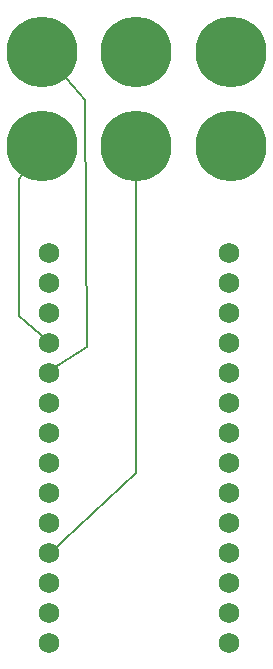
<source format=gtl>
G04 #@! TF.FileFunction,Copper,L1,Top,Signal*
%FSLAX46Y46*%
G04 Gerber Fmt 4.6, Leading zero omitted, Abs format (unit mm)*
G04 Created by KiCad (PCBNEW 4.0.4+e1-6308~48~ubuntu14.04.1-stable) date Fri Nov 18 15:56:57 2016*
%MOMM*%
%LPD*%
G01*
G04 APERTURE LIST*
%ADD10C,0.100000*%
%ADD11C,0.203200*%
%ADD12C,1.727200*%
%ADD13C,6.000000*%
G04 APERTURE END LIST*
D10*
D11*
X102001000Y-81000000D02*
X102001000Y-108686000D01*
X94635000Y-115544000D02*
X102001000Y-108686000D01*
X97683000Y-77063000D02*
X94000000Y-72872000D01*
X97810000Y-98018000D02*
X97683000Y-77063000D01*
X94635000Y-100050000D02*
X97810000Y-98018000D01*
X92095000Y-95351000D02*
X94508000Y-97510000D01*
X92095000Y-83794000D02*
X92095000Y-95351000D01*
X92095000Y-83794000D02*
X94000000Y-81000000D01*
D12*
X109860000Y-123061000D03*
X109860000Y-120521000D03*
X109860000Y-117981000D03*
X109860000Y-115441000D03*
X109860000Y-112901000D03*
X109860000Y-110361000D03*
X109860000Y-107821000D03*
X109860000Y-105281000D03*
X109860000Y-102741000D03*
X109860000Y-100201000D03*
X109860000Y-97661000D03*
X109860000Y-95121000D03*
X109860000Y-92581000D03*
X109860000Y-90041000D03*
X94620000Y-90041000D03*
X94620000Y-97661000D03*
X94620000Y-117981000D03*
X94620000Y-102741000D03*
X94620000Y-100201000D03*
X94620000Y-120521000D03*
X94620000Y-112901000D03*
X94620000Y-123061000D03*
X94620000Y-110361000D03*
X94620000Y-107821000D03*
X94620000Y-105281000D03*
X94620000Y-115441000D03*
X94620000Y-92581000D03*
X94620000Y-95121000D03*
D13*
X94000000Y-81001000D03*
X94000000Y-73001000D03*
X102000000Y-73001000D03*
X102000000Y-81001000D03*
X110000000Y-73001000D03*
X110000000Y-81001000D03*
M02*

</source>
